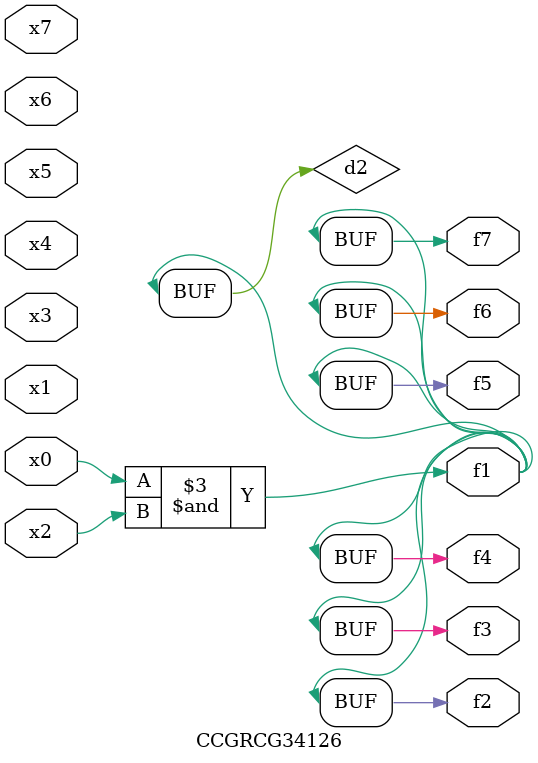
<source format=v>
module CCGRCG34126(
	input x0, x1, x2, x3, x4, x5, x6, x7,
	output f1, f2, f3, f4, f5, f6, f7
);

	wire d1, d2;

	nor (d1, x3, x6);
	and (d2, x0, x2);
	assign f1 = d2;
	assign f2 = d2;
	assign f3 = d2;
	assign f4 = d2;
	assign f5 = d2;
	assign f6 = d2;
	assign f7 = d2;
endmodule

</source>
